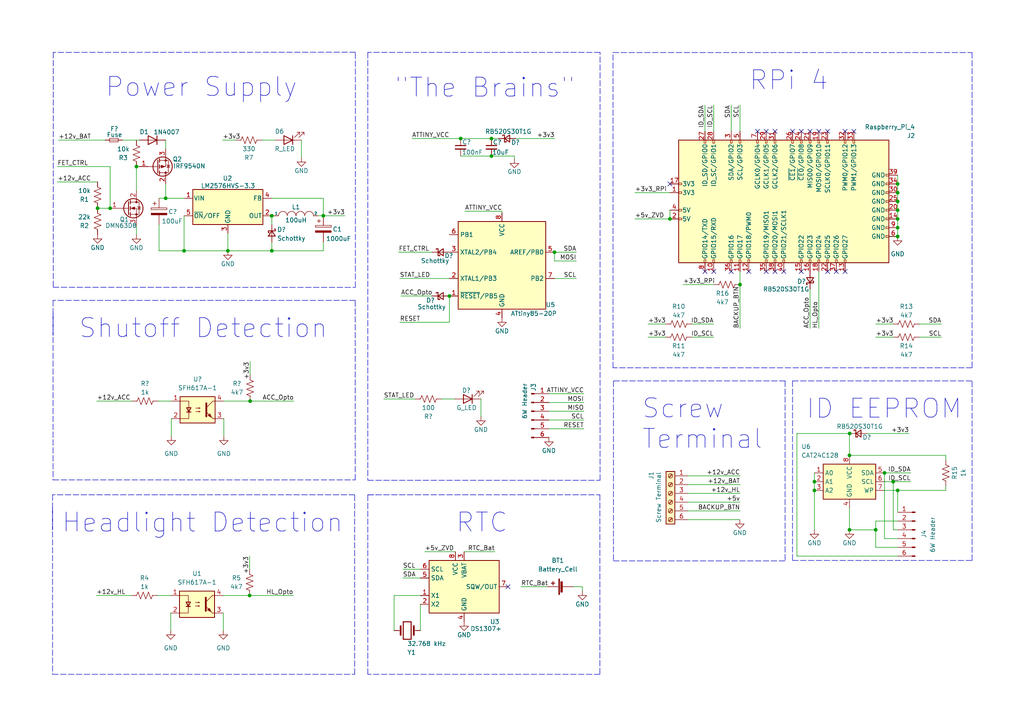
<source format=kicad_sch>
(kicad_sch (version 20211123) (generator eeschema)
  (paper "A4")
  (title_block (title "PILOT Drive Raspberry Pi HAT") (date "2022-06-28") (rev "v01") (comment 4 "Author: lamemakes"))
  (lib_symbols
    (symbol "Connector:Conn_01x06_Male" (pin_names (offset 1.016) hide)
      (property "Reference" "J" (at 0 7.62 0))
      (property "Value" "Conn_01x06_Male" (at 0 -10.16 0))
      (symbol "Conn_01x06_Male_1_1"
        (pin passive line (at 5.08 5.08 180) (length 3.81) (name "Pin_1") (number "1"))
        (pin passive line (at 5.08 2.54 180) (length 3.81) (name "Pin_2") (number "2"))
        (pin passive line (at 5.08 0 180) (length 3.81) (name "Pin_3") (number "3"))
        (pin passive line (at 5.08 -2.54 180) (length 3.81) (name "Pin_4") (number "4"))
        (pin passive line (at 5.08 -5.08 180) (length 3.81) (name "Pin_5") (number "5"))
        (pin passive line (at 5.08 -7.62 180) (length 3.81) (name "Pin_6") (number "6"))
      )
    )
    (symbol "Connector:Raspberry_Pi_2_3" (pin_names (offset 1.016))
      (property "Reference" "J" (at -17.78 31.75 0))
      (property "Value" "Raspberry_Pi_2_3" (at 10.16 -31.75 0))
      (symbol "Raspberry_Pi_2_3_1_1"
        (pin power_in line (at 2.54 33.02 270) (length 2.54) (name "3V3") (number "1"))
        (pin bidirectional line (at -20.32 20.32 0) (length 2.54) (name "GPIO15/RXD") (number "10"))
        (pin bidirectional line (at -20.32 12.7 0) (length 2.54) (name "GPIO17") (number "11"))
        (pin bidirectional line (at -20.32 10.16 0) (length 2.54) (name "GPIO18/PWM0") (number "12"))
        (pin bidirectional line (at -20.32 -17.78 0) (length 2.54) (name "GPIO27") (number "13"))
        (pin power_in line (at -5.08 -33.02 90) (length 2.54) (name "GND") (number "14"))
        (pin bidirectional line (at -20.32 -5.08 0) (length 2.54) (name "GPIO22") (number "15"))
        (pin bidirectional line (at -20.32 -7.62 0) (length 2.54) (name "GPIO23") (number "16"))
        (pin power_in line (at 5.08 33.02 270) (length 2.54) (name "3V3") (number "17"))
        (pin bidirectional line (at -20.32 -10.16 0) (length 2.54) (name "GPIO24") (number "18"))
        (pin bidirectional line (at 20.32 -10.16 180) (length 2.54) (name "MOSI0/GPIO10") (number "19"))
        (pin power_in line (at -5.08 33.02 270) (length 2.54) (name "5V") (number "2"))
        (pin power_in line (at -2.54 -33.02 90) (length 2.54) (name "GND") (number "20"))
        (pin bidirectional line (at 20.32 -7.62 180) (length 2.54) (name "MISO0/GPIO9") (number "21"))
        (pin bidirectional line (at -20.32 -12.7 0) (length 2.54) (name "GPIO25") (number "22"))
        (pin bidirectional line (at 20.32 -12.7 180) (length 2.54) (name "SCLK0/GPIO11") (number "23"))
        (pin bidirectional line (at 20.32 -5.08 180) (length 2.54) (name "~{CE0}/GPIO8") (number "24"))
        (pin power_in line (at 0 -33.02 90) (length 2.54) (name "GND") (number "25"))
        (pin bidirectional line (at 20.32 -2.54 180) (length 2.54) (name "~{CE1}/GPIO7") (number "26"))
        (pin bidirectional line (at 20.32 22.86 180) (length 2.54) (name "ID_SD/GPIO0") (number "27"))
        (pin bidirectional line (at 20.32 20.32 180) (length 2.54) (name "ID_SC/GPIO1") (number "28"))
        (pin bidirectional line (at 20.32 5.08 180) (length 2.54) (name "GCLK1/GPIO5") (number "29"))
        (pin bidirectional line (at 20.32 15.24 180) (length 2.54) (name "SDA/GPIO2") (number "3"))
        (pin power_in line (at 2.54 -33.02 90) (length 2.54) (name "GND") (number "30"))
        (pin bidirectional line (at 20.32 2.54 180) (length 2.54) (name "GCLK2/GPIO6") (number "31"))
        (pin bidirectional line (at 20.32 -17.78 180) (length 2.54) (name "PWM0/GPIO12") (number "32"))
        (pin bidirectional line (at 20.32 -20.32 180) (length 2.54) (name "PWM1/GPIO13") (number "33"))
        (pin power_in line (at 5.08 -33.02 90) (length 2.54) (name "GND") (number "34"))
        (pin bidirectional line (at -20.32 5.08 0) (length 2.54) (name "GPIO19/MISO1") (number "35"))
        (pin bidirectional line (at -20.32 15.24 0) (length 2.54) (name "GPIO16") (number "36"))
        (pin bidirectional line (at -20.32 -15.24 0) (length 2.54) (name "GPIO26") (number "37"))
        (pin bidirectional line (at -20.32 2.54 0) (length 2.54) (name "GPIO20/MOSI1") (number "38"))
        (pin power_in line (at 7.62 -33.02 90) (length 2.54) (name "GND") (number "39"))
        (pin power_in line (at -2.54 33.02 270) (length 2.54) (name "5V") (number "4"))
        (pin bidirectional line (at -20.32 0 0) (length 2.54) (name "GPIO21/SCLK1") (number "40"))
        (pin bidirectional line (at 20.32 12.7 180) (length 2.54) (name "SCL/GPIO3") (number "5"))
        (pin power_in line (at -10.16 -33.02 90) (length 2.54) (name "GND") (number "6"))
        (pin bidirectional line (at 20.32 7.62 180) (length 2.54) (name "GCLK0/GPIO4") (number "7"))
        (pin bidirectional line (at -20.32 22.86 0) (length 2.54) (name "GPIO14/TXD") (number "8"))
        (pin power_in line (at -7.62 -33.02 90) (length 2.54) (name "GND") (number "9"))
      )
    )
    (symbol "Connector:Screw_Terminal_01x06" (pin_names (offset 1.016) hide)
      (property "Reference" "J" (at 0 7.62 0))
      (property "Value" "Screw_Terminal_01x06" (at 0 -10.16 0))
      (symbol "Screw_Terminal_01x06_1_1"
        (pin passive line (at -5.08 5.08 0) (length 3.81) (name "Pin_1") (number "1"))
        (pin passive line (at -5.08 2.54 0) (length 3.81) (name "Pin_2") (number "2"))
        (pin passive line (at -5.08 0 0) (length 3.81) (name "Pin_3") (number "3"))
        (pin passive line (at -5.08 -2.54 0) (length 3.81) (name "Pin_4") (number "4"))
        (pin passive line (at -5.08 -5.08 0) (length 3.81) (name "Pin_5") (number "5"))
        (pin passive line (at -5.08 -7.62 0) (length 3.81) (name "Pin_6") (number "6"))
      )
    )
    (symbol "Device:Battery_Cell" (pin_numbers hide) (pin_names (offset 0) hide)
      (property "Reference" "BT" (at 2.54 2.54 0))
      (property "Value" "Battery_Cell" (at 2.54 0 0))
      (symbol "Battery_Cell_1_1"
        (pin passive line (at 0 5.08 270) (length 2.54) (name "+") (number "1"))
        (pin passive line (at 0 -2.54 90) (length 2.54) (name "-") (number "2"))
      )
    )
    (symbol "Device:C_Polarized" (pin_numbers hide) (pin_names (offset 0.254))
      (property "Reference" "C" (at 0.635 2.54 0))
      (property "Value" "C_Polarized" (at 0.635 -2.54 0))
      (symbol "C_Polarized_1_1"
        (pin passive line (at 0 3.81 270) (length 2.794) (name "~") (number "1"))
        (pin passive line (at 0 -3.81 90) (length 2.794) (name "~") (number "2"))
      )
    )
    (symbol "Device:C_Small" (pin_numbers hide) (pin_names (offset 0.254) hide)
      (property "Reference" "C" (at 0.254 1.778 0))
      (property "Value" "C_Small" (at 0.254 -2.032 0))
      (symbol "C_Small_1_1"
        (pin passive line (at 0 2.54 270) (length 2.032) (name "~") (number "1"))
        (pin passive line (at 0 -2.54 90) (length 2.032) (name "~") (number "2"))
      )
    )
    (symbol "Device:Crystal" (pin_numbers hide) (pin_names (offset 1.016) hide)
      (property "Reference" "Y" (at 0 3.81 0))
      (property "Value" "Crystal" (at 0 -3.81 0))
      (symbol "Crystal_1_1"
        (pin passive line (at -3.81 0 0) (length 1.27) (name "1") (number "1"))
        (pin passive line (at 3.81 0 180) (length 1.27) (name "2") (number "2"))
      )
    )
    (symbol "Device:D_Schottky_Small" (pin_numbers hide) (pin_names (offset 0.254) hide)
      (property "Reference" "D" (at -1.27 2.032 0))
      (property "Value" "D_Schottky_Small" (at -7.112 -2.032 0))
      (symbol "D_Schottky_Small_1_1"
        (pin passive line (at -2.54 0 0) (length 1.778) (name "K") (number "1"))
        (pin passive line (at 2.54 0 180) (length 1.778) (name "A") (number "2"))
      )
    )
    (symbol "Device:Fuse_Small" (pin_numbers hide) (pin_names (offset 0.254) hide)
      (property "Reference" "F" (at 0 -1.524 0))
      (property "Value" "Fuse_Small" (at 0 1.524 0))
      (symbol "Fuse_Small_1_1"
        (pin passive line (at -2.54 0 0) (length 1.27) (name "~") (number "1"))
        (pin passive line (at 2.54 0 180) (length 1.27) (name "~") (number "2"))
      )
    )
    (symbol "Device:LED" (pin_numbers hide) (pin_names (offset 1.016) hide)
      (property "Reference" "D" (at 0 2.54 0))
      (property "Value" "LED" (at 0 -2.54 0))
      (symbol "LED_1_1"
        (pin passive line (at -3.81 0 0) (length 2.54) (name "K") (number "1"))
        (pin passive line (at 3.81 0 180) (length 2.54) (name "A") (number "2"))
      )
    )
    (symbol "Device:Q_NMOS_GDS" (pin_names (offset 0) hide)
      (property "Reference" "Q" (at 5.08 1.27 0))
      (property "Value" "Q_NMOS_GDS" (at 5.08 -1.27 0))
      (symbol "Q_NMOS_GDS_1_1"
        (pin input line (at -5.08 0 0) (length 2.54) (name "G") (number "1"))
        (pin passive line (at 2.54 5.08 270) (length 2.54) (name "D") (number "2"))
        (pin passive line (at 2.54 -5.08 90) (length 2.54) (name "S") (number "3"))
      )
    )
    (symbol "Device:Q_PMOS_GDS" (pin_names (offset 0) hide)
      (property "Reference" "Q" (at 5.08 1.27 0))
      (property "Value" "Q_PMOS_GDS" (at 5.08 -1.27 0))
      (symbol "Q_PMOS_GDS_1_1"
        (pin input line (at -5.08 0 0) (length 2.54) (name "G") (number "1"))
        (pin passive line (at 2.54 5.08 270) (length 2.54) (name "D") (number "2"))
        (pin passive line (at 2.54 -5.08 90) (length 2.54) (name "S") (number "3"))
      )
    )
    (symbol "Device:R_US" (pin_numbers hide) (pin_names (offset 0))
      (property "Reference" "R" (at 2.54 0 90))
      (property "Value" "R_US" (at -2.54 0 90))
      (symbol "R_US_1_1"
        (pin passive line (at 0 3.81 270) (length 1.27) (name "~") (number "1"))
        (pin passive line (at 0 -3.81 90) (length 1.27) (name "~") (number "2"))
      )
    )
    (symbol "Diode:1N4007" (pin_numbers hide) (pin_names (offset 1.016) hide)
      (property "Reference" "D" (at 0 2.54 0))
      (property "Value" "1N4007" (at 0 -2.54 0))
      (symbol "1N4007_1_1"
        (pin passive line (at -3.81 0 0) (length 2.54) (name "K") (number "1"))
        (pin passive line (at 3.81 0 180) (length 2.54) (name "A") (number "2"))
      )
    )
    (symbol "Isolator:SFH617A-1" (pin_names (offset 1.016))
      (property "Reference" "U" (at -5.08 5.08 0))
      (property "Value" "SFH617A-1" (at 0 5.08 0))
      (symbol "SFH617A-1_1_1"
        (pin passive line (at -7.62 2.54 0) (length 2.54) (name "~") (number "1"))
        (pin passive line (at -7.62 -2.54 0) (length 2.54) (name "~") (number "2"))
        (pin passive line (at 7.62 -2.54 180) (length 2.54) (name "~") (number "3"))
        (pin passive line (at 7.62 2.54 180) (length 2.54) (name "~") (number "4"))
      )
    )
    (symbol "MCU_Microchip_ATtiny:ATtiny85-20P"
      (property "Reference" "U3" (at 2.54 -13.97 0))
      (property "Value" "ATtiny85-20P" (at 2.54 -16.51 0))
      (symbol "ATtiny85-20P_1_1"
        (pin bidirectional line (at 15.24 -8.89 180) (length 2.54) (name "~{RESET}/PB5") (number "1"))
        (pin bidirectional line (at 15.24 -3.81 180) (length 2.54) (name "XTAL1/PB3") (number "2"))
        (pin bidirectional line (at 15.24 3.81 180) (length 2.54) (name "XTAL2/PB4") (number "3"))
        (pin power_in line (at 0 -15.24 90) (length 2.54) (name "GND") (number "4"))
        (pin bidirectional line (at -15.24 3.81 0) (length 2.54) (name "AREF/PB0") (number "5"))
        (pin bidirectional line (at 15.24 8.89 180) (length 2.54) (name "PB1") (number "6"))
        (pin bidirectional line (at -15.24 -3.81 0) (length 2.54) (name "PB2") (number "7"))
        (pin power_in line (at 0 15.24 270) (length 2.54) (name "VCC") (number "8"))
      )
    )
    (symbol "Memory_EEPROM:CAT24C128"
      (property "Reference" "U" (at -6.35 6.35 0))
      (property "Value" "CAT24C128" (at 1.27 6.35 0))
      (symbol "CAT24C128_1_1"
        (pin input line (at -10.16 2.54 0) (length 2.54) (name "A0") (number "1"))
        (pin input line (at -10.16 0 0) (length 2.54) (name "A1") (number "2"))
        (pin input line (at -10.16 -2.54 0) (length 2.54) (name "A2") (number "3"))
        (pin power_in line (at 0 -7.62 90) (length 2.54) (name "GND") (number "4"))
        (pin bidirectional line (at 10.16 2.54 180) (length 2.54) (name "SDA") (number "5"))
        (pin input line (at 10.16 0 180) (length 2.54) (name "SCL") (number "6"))
        (pin input line (at 10.16 -2.54 180) (length 2.54) (name "WP") (number "7"))
        (pin power_in line (at 0 7.62 270) (length 2.54) (name "VCC") (number "8"))
      )
    )
    (symbol "Regulator_Switching:LM2576HVS-3.3" (pin_names (offset 0.254))
      (property "Reference" "U" (at -10.16 6.35 0))
      (property "Value" "LM2576HVS-3.3" (at 0 6.35 0))
      (symbol "LM2576HVS-3.3_1_1"
        (pin power_in line (at -12.7 2.54 0) (length 2.54) (name "VIN") (number "1"))
        (pin output line (at 12.7 -2.54 180) (length 2.54) (name "OUT") (number "2"))
        (pin power_in line (at 0 -7.62 90) (length 2.54) (name "GND") (number "3"))
        (pin input line (at 12.7 2.54 180) (length 2.54) (name "FB") (number "4"))
        (pin input line (at -12.7 -2.54 0) (length 2.54) (name "~{ON}/OFF") (number "5"))
      )
    )
    (symbol "Timer_RTC:DS1307+"
      (property "Reference" "U" (at -8.89 8.89 0))
      (property "Value" "DS1307+" (at 1.27 8.89 0))
      (symbol "DS1307+_1_1"
        (pin input line (at -12.7 -2.54 0) (length 2.54) (name "X1") (number "1"))
        (pin input line (at -12.7 -5.08 0) (length 2.54) (name "X2") (number "2"))
        (pin power_in line (at 0 10.16 270) (length 2.54) (name "VBAT") (number "3"))
        (pin power_in line (at 0 -10.16 90) (length 2.54) (name "GND") (number "4"))
        (pin bidirectional line (at -12.7 2.54 0) (length 2.54) (name "SDA") (number "5"))
        (pin input line (at -12.7 5.08 0) (length 2.54) (name "SCL") (number "6"))
        (pin open_collector line (at 12.7 0 180) (length 2.54) (name "SQW/OUT") (number "7"))
        (pin power_in line (at -2.54 10.16 270) (length 2.54) (name "VCC") (number "8"))
      )
    )
    (symbol "power:GND" (power) (pin_names (offset 0))
      (property "Value" "GND" (at 0 -3.81 0))
      (symbol "GND_1_1"
        (pin power_in line (at 0 0 270) (length 0) hide (name "GND") (number "1"))
      )
    )
    (symbol "pspice:INDUCTOR" (pin_numbers hide) (pin_names (offset 0))
      (property "Reference" "L" (at 0 2.54 0))
      (property "Value" "INDUCTOR" (at 0 -1.27 0))
      (symbol "INDUCTOR_1_1"
        (pin input line (at -6.35 0 0) (length 1.27) (name "1") (number "1"))
        (pin input line (at 6.35 0 180) (length 1.27) (name "2") (number "2"))
      )
    )
  )
  (junction (at 236.22 142.24))
  (junction (at 130.3528 85.852))
  (junction (at 78.8416 62.5856))
  (junction (at 260.35 63.5))
  (junction (at 28.2956 60.4012))
  (junction (at 72.5424 116.332))
  (junction (at 260.35 58.42))
  (junction (at 214.63 82.55))
  (junction (at 260.35 142.24))
  (junction (at 39.5732 48.3108))
  (junction (at 246.38 132.08))
  (junction (at 160.8328 73.152))
  (junction (at 31.9532 60.4012))
  (junction (at 259.08 139.7))
  (junction (at 254 153.67))
  (junction (at 260.35 55.88))
  (junction (at 256.54 137.16))
  (junction (at 236.22 139.7))
  (junction (at 66.0908 72.7456))
  (junction (at 48.0568 57.5056))
  (junction (at 78.7908 62.5856))
  (junction (at 260.35 66.04))
  (junction (at 246.4308 125.73))
  (junction (at 142.5448 40.1828))
  (junction (at 194.31 63.5))
  (junction (at 93.7768 62.5856))
  (junction (at 260.35 60.96))
  (junction (at 246.38 153.67))
  (junction (at 260.35 68.58))
  (junction (at 78.8416 72.7456))
  (junction (at 133.604 40.1828))
  (junction (at 53.3908 72.7456))
  (junction (at 72.39 172.72))
  (junction (at 260.35 53.34))
  (junction (at 142.5448 45.2628))
  (no_connect (at 194.31 53.34))
  (no_connect (at 234.95 38.1))
  (no_connect (at 237.49 38.1))
  (no_connect (at 240.03 38.1))
  (no_connect (at 245.11 38.1))
  (no_connect (at 247.65 38.1))
  (no_connect (at 219.71 38.1))
  (no_connect (at 222.25 38.1))
  (no_connect (at 224.79 38.1))
  (no_connect (at 229.87 38.1))
  (no_connect (at 232.41 38.1))
  (no_connect (at 147.32 170.18))
  (no_connect (at 204.47 78.74))
  (no_connect (at 207.01 78.74))
  (no_connect (at 212.09 78.74))
  (no_connect (at 217.17 78.74))
  (no_connect (at 222.25 78.74))
  (no_connect (at 224.79 78.74))
  (no_connect (at 227.33 78.74))
  (no_connect (at 232.41 78.74))
  (no_connect (at 240.03 78.74))
  (no_connect (at 242.57 78.74))
  (no_connect (at 245.11 78.74))
  (wire (pts (xy 198.12 82.55) (xy 207.01 82.55)))
  (wire (pts (xy 16.6624 48.3108) (xy 31.9532 48.3108)))
  (wire (pts (xy 49.53 177.8) (xy 49.53 182.88)))
  (wire (pts (xy 199.5424 138.0236) (xy 214.6554 138.0236)))
  (polyline (pts (xy 227.711 110.49) (xy 177.927 110.49)))
  (polyline (pts (xy 106.68 15.1892) (xy 106.68 139.2936)))
  (polyline (pts (xy 281.94 162.56) (xy 281.94 110.49)))
  (wire (pts (xy 260.35 60.96) (xy 260.35 63.5)))
  (wire (pts (xy 259.08 139.7) (xy 264.16 139.7)))
  (wire (pts (xy 142.5448 40.1828) (xy 144.526 40.1828)))
  (wire (pts (xy 246.38 153.67) (xy 254 153.67)))
  (wire (pts (xy 121.92 172.72) (xy 114.3 172.72)))
  (wire (pts (xy 254 97.79) (xy 259.08 97.79)))
  (wire (pts (xy 48.0568 40.64) (xy 48.0568 43.2308)))
  (wire (pts (xy 159.2072 116.7384) (xy 169.3672 116.7384)))
  (wire (pts (xy 236.22 142.24) (xy 236.22 153.67)))
  (polyline (pts (xy 15.4432 83.312) (xy 103.0732 83.3628)))
  (wire (pts (xy 236.22 137.16) (xy 236.22 139.7)))
  (wire (pts (xy 199.5424 148.1836) (xy 214.6554 148.1836)))
  (wire (pts (xy 214.63 78.74) (xy 214.63 82.55)))
  (polyline (pts (xy 102.87 143.51) (xy 15.24 143.51)))
  (wire (pts (xy 78.7908 62.5856) (xy 78.8416 62.5856)))
  (polyline (pts (xy 229.87 162.56) (xy 281.94 162.56)))
  (wire (pts (xy 254 153.67) (xy 254 151.13)))
  (polyline (pts (xy 15.3924 139.192) (xy 103.0224 139.192)))
  (wire (pts (xy 254 158.75) (xy 254 153.67)))
  (wire (pts (xy 48.0568 57.5056) (xy 53.3908 57.5056)))
  (wire (pts (xy 72.5424 104.902) (xy 72.5424 108.712)))
  (polyline (pts (xy 106.68 139.2936) (xy 174.0408 139.2936)))
  (polyline (pts (xy 229.87 110.49) (xy 281.94 110.49)))
  (polyline (pts (xy 15.3924 87.122) (xy 15.3924 97.282)))
  (wire (pts (xy 16.6624 52.7812) (xy 28.2956 52.7812)))
  (wire (pts (xy 187.96 97.79) (xy 193.04 97.79)))
  (polyline (pts (xy 281.94 106.68) (xy 177.8 106.68)))
  (wire (pts (xy 78.8416 72.7456) (xy 93.7768 72.7456)))
  (wire (pts (xy 134.8232 61.2648) (xy 145.5928 61.2648)))
  (wire (pts (xy 72.39 172.72) (xy 85.09 172.72)))
  (wire (pts (xy 66.0908 67.6656) (xy 66.0908 72.7456)))
  (wire (pts (xy 133.604 40.1828) (xy 142.5448 40.1828)))
  (wire (pts (xy 256.54 137.16) (xy 264.16 137.16)))
  (wire (pts (xy 260.35 66.04) (xy 260.35 68.58)))
  (wire (pts (xy 149.606 40.1828) (xy 160.8836 40.1828)))
  (wire (pts (xy 139.4968 115.7224) (xy 139.4968 120.8024)))
  (wire (pts (xy 116.2812 85.852) (xy 125.2728 85.852)))
  (wire (pts (xy 151.13 170.18) (xy 158.75 170.18)))
  (wire (pts (xy 45.72 172.72) (xy 49.53 172.72)))
  (wire (pts (xy 246.38 125.73) (xy 246.38 132.08)))
  (wire (pts (xy 159.2072 114.1984) (xy 169.3672 114.1984)))
  (wire (pts (xy 204.47 30.48) (xy 204.47 38.1)))
  (wire (pts (xy 251.5108 125.73) (xy 263.652 125.73)))
  (wire (pts (xy 231.14 161.29) (xy 260.35 161.29)))
  (wire (pts (xy 160.8328 73.152) (xy 167.1828 73.152)))
  (wire (pts (xy 131.8768 115.7224) (xy 128.0668 115.7224)))
  (wire (pts (xy 159.2072 124.3584) (xy 169.3672 124.3584)))
  (wire (pts (xy 199.5424 140.5636) (xy 214.6554 140.5636)))
  (wire (pts (xy 194.31 60.96) (xy 194.31 63.5)))
  (polyline (pts (xy 15.24 195.58) (xy 102.87 195.58)))
  (wire (pts (xy 260.35 55.88) (xy 260.35 58.42)))
  (wire (pts (xy 254 93.98) (xy 259.08 93.98)))
  (wire (pts (xy 266.7 97.79) (xy 273.05 97.79)))
  (wire (pts (xy 184.15 63.5) (xy 194.31 63.5)))
  (polyline (pts (xy 281.94 15.24) (xy 281.94 31.75)))
  (wire (pts (xy 260.35 58.42) (xy 260.35 60.96)))
  (wire (pts (xy 93.7768 62.5856) (xy 100.0252 62.5856)))
  (polyline (pts (xy 106.68 143.51) (xy 109.22 143.51)))
  (wire (pts (xy 130.3528 85.852) (xy 130.3528 93.472)))
  (polyline (pts (xy 15.24 143.51) (xy 15.24 153.67)))
  (wire (pts (xy 115.6208 73.152) (xy 125.2728 73.152)))
  (wire (pts (xy 121.92 175.26) (xy 121.92 182.88)))
  (wire (pts (xy 256.54 142.24) (xy 260.35 142.24)))
  (wire (pts (xy 114.3 172.72) (xy 114.3 182.88)))
  (wire (pts (xy 274.32 140.97) (xy 274.32 142.24)))
  (polyline (pts (xy 103.0224 87.122) (xy 15.3924 87.122)))
  (wire (pts (xy 78.7908 57.5056) (xy 93.7768 57.5056)))
  (wire (pts (xy 143.51 160.02) (xy 134.62 160.02)))
  (wire (pts (xy 64.9224 121.412) (xy 64.9224 126.492)))
  (wire (pts (xy 200.66 93.98) (xy 207.01 93.98)))
  (wire (pts (xy 214.63 30.48) (xy 214.63 38.1)))
  (wire (pts (xy 237.49 78.74) (xy 237.49 95.25)))
  (wire (pts (xy 260.35 142.24) (xy 260.35 148.59)))
  (polyline (pts (xy 229.87 110.49) (xy 229.87 162.56)))
  (wire (pts (xy 78.8416 62.5856) (xy 78.8416 65.1764)))
  (polyline (pts (xy 174.0408 139.2936) (xy 174.0408 15.1892)))
  (wire (pts (xy 78.8416 70.2564) (xy 78.8416 72.7456)))
  (wire (pts (xy 256.54 156.21) (xy 260.35 156.21)))
  (wire (pts (xy 149.1996 45.2628) (xy 149.1996 46.1264)))
  (wire (pts (xy 256.54 137.16) (xy 256.54 156.21)))
  (wire (pts (xy 116.84 165.1) (xy 121.92 165.1)))
  (wire (pts (xy 72.39 161.29) (xy 72.39 165.1)))
  (wire (pts (xy 27.94 172.72) (xy 38.1 172.72)))
  (wire (pts (xy 92.202 62.5856) (xy 93.7768 62.5856)))
  (wire (pts (xy 35.56 40.64) (xy 40.4368 40.64)))
  (wire (pts (xy 28.0924 116.332) (xy 38.2524 116.332)))
  (wire (pts (xy 166.37 170.18) (xy 168.91 170.18)))
  (wire (pts (xy 39.5732 48.3108) (xy 39.5732 55.3212)))
  (wire (pts (xy 123.19 160.02) (xy 132.08 160.02)))
  (wire (pts (xy 31.9532 48.3108) (xy 31.9532 60.4012)))
  (polyline (pts (xy 15.4432 15.1892) (xy 15.4432 83.312)))
  (wire (pts (xy 16.9672 40.64) (xy 30.48 40.64)))
  (wire (pts (xy 116.84 167.64) (xy 121.92 167.64)))
  (wire (pts (xy 199.5424 143.1036) (xy 214.6554 143.1036)))
  (wire (pts (xy 274.32 132.08) (xy 246.38 132.08)))
  (wire (pts (xy 64.5668 40.64) (xy 68.3768 40.64)))
  (wire (pts (xy 46.1264 72.7456) (xy 53.3908 72.7456)))
  (wire (pts (xy 78.8416 62.5856) (xy 79.502 62.5856)))
  (wire (pts (xy 79.8068 40.64) (xy 75.9968 40.64)))
  (polyline (pts (xy 103.0732 15.1384) (xy 15.4432 15.1892)))
  (wire (pts (xy 45.8724 116.332) (xy 49.6824 116.332)))
  (polyline (pts (xy 103.0224 139.192) (xy 103.0224 87.122)))
  (wire (pts (xy 87.4268 40.64) (xy 87.4268 45.72)))
  (wire (pts (xy 133.604 45.2628) (xy 142.5448 45.2628)))
  (wire (pts (xy 160.8328 80.772) (xy 167.1828 80.772)))
  (wire (pts (xy 168.91 170.18) (xy 168.91 171.45)))
  (wire (pts (xy 46.1264 65.1256) (xy 46.1264 72.7456)))
  (polyline (pts (xy 15.3924 90.932) (xy 15.3924 139.192)))
  (wire (pts (xy 28.2956 60.4012) (xy 31.9532 60.4012)))
  (wire (pts (xy 39.5732 65.4812) (xy 39.5732 68.072)))
  (wire (pts (xy 159.2072 119.2784) (xy 169.3672 119.2784)))
  (polyline (pts (xy 281.94 31.75) (xy 281.94 106.68)))
  (polyline (pts (xy 177.927 162.687) (xy 227.711 162.687)))
  (wire (pts (xy 72.5424 116.332) (xy 85.2424 116.332)))
  (wire (pts (xy 234.95 83.82) (xy 234.95 95.25)))
  (wire (pts (xy 214.63 82.55) (xy 214.63 95.25)))
  (wire (pts (xy 231.14 161.29) (xy 231.14 125.73)))
  (wire (pts (xy 53.3908 72.7456) (xy 66.0908 72.7456)))
  (wire (pts (xy 274.32 133.35) (xy 274.32 132.08)))
  (wire (pts (xy 46.1264 57.5056) (xy 48.0568 57.5056)))
  (wire (pts (xy 93.7768 57.5056) (xy 93.7768 62.5856)))
  (wire (pts (xy 260.35 63.5) (xy 260.35 66.04)))
  (wire (pts (xy 64.9224 116.332) (xy 72.5424 116.332)))
  (wire (pts (xy 115.9256 80.772) (xy 130.3528 80.772)))
  (wire (pts (xy 184.15 55.88) (xy 194.31 55.88)))
  (wire (pts (xy 254 151.13) (xy 260.35 151.13)))
  (polyline (pts (xy 103.0732 83.312) (xy 103.0732 15.1892)))
  (wire (pts (xy 246.38 147.32) (xy 246.38 153.67)))
  (polyline (pts (xy 106.68 143.51) (xy 173.99 143.51)))
  (wire (pts (xy 200.66 97.79) (xy 207.01 97.79)))
  (wire (pts (xy 49.6824 121.412) (xy 49.6824 126.492)))
  (wire (pts (xy 159.2072 121.8184) (xy 169.3672 121.8184)))
  (polyline (pts (xy 15.24 147.32) (xy 15.24 195.58)))
  (wire (pts (xy 187.96 93.98) (xy 193.04 93.98)))
  (wire (pts (xy 53.3908 62.5856) (xy 53.3908 72.7456)))
  (wire (pts (xy 64.77 177.8) (xy 64.77 182.88)))
  (polyline (pts (xy 102.87 195.58) (xy 102.87 143.51)))
  (wire (pts (xy 111.3028 115.7224) (xy 120.4468 115.7224)))
  (polyline (pts (xy 174.0408 15.1892) (xy 106.68 15.1892)))
  (wire (pts (xy 266.7 93.98) (xy 273.05 93.98)))
  (wire (pts (xy 212.09 30.48) (xy 212.09 38.1)))
  (wire (pts (xy 119.4816 40.1828) (xy 133.604 40.1828)))
  (wire (pts (xy 39.5732 48.3108) (xy 40.4368 48.3108)))
  (wire (pts (xy 274.32 142.24) (xy 260.35 142.24)))
  (wire (pts (xy 257.81 68.58) (xy 260.35 68.58)))
  (polyline (pts (xy 173.99 143.51) (xy 173.99 195.58)))
  (polyline (pts (xy 177.8 106.68) (xy 177.8 15.24)))
  (wire (pts (xy 145.5928 61.722) (xy 145.5928 61.2648)))
  (wire (pts (xy 231.14 125.73) (xy 246.38 125.73)))
  (wire (pts (xy 160.8328 75.692) (xy 167.1828 75.692)))
  (wire (pts (xy 64.77 172.72) (xy 72.39 172.72)))
  (wire (pts (xy 93.7768 70.2056) (xy 93.7768 72.7456)))
  (wire (pts (xy 160.8328 73.152) (xy 160.8328 75.692)))
  (wire (pts (xy 48.0568 53.3908) (xy 48.0568 57.5056)))
  (polyline (pts (xy 106.68 195.58) (xy 106.68 143.51)))
  (wire (pts (xy 260.35 53.34) (xy 260.35 55.88)))
  (wire (pts (xy 259.08 139.7) (xy 259.08 153.67)))
  (wire (pts (xy 236.22 139.7) (xy 236.22 142.24)))
  (wire (pts (xy 260.35 50.8) (xy 260.35 53.34)))
  (wire (pts (xy 259.08 153.67) (xy 260.35 153.67)))
  (wire (pts (xy 199.5424 150.7236) (xy 214.5792 150.7236)))
  (wire (pts (xy 256.54 139.7) (xy 259.08 139.7)))
  (polyline (pts (xy 173.99 195.58) (xy 106.68 195.58)))
  (polyline (pts (xy 227.711 110.49) (xy 227.711 162.687)))
  (polyline (pts (xy 177.8 15.24) (xy 281.94 15.24)))
  (wire (pts (xy 207.01 30.48) (xy 207.01 38.1)))
  (wire (pts (xy 142.5448 45.2628) (xy 149.1996 45.2628)))
  (wire (pts (xy 115.9764 93.472) (xy 130.3528 93.472)))
  (wire (pts (xy 66.0908 72.7456) (xy 78.8416 72.7456)))
  (wire (pts (xy 199.5424 145.6436) (xy 214.6554 145.6436)))
  (wire (pts (xy 254 158.75) (xy 260.35 158.75)))
  (polyline (pts (xy 177.927 110.49) (xy 177.927 162.687)))
  (text "Headlight Detection" (at 17.78 154.94 0) (effects (font (size 5.5 5.5)) (justify left bottom)))
  (text "RTC" (at 132.08 154.94 0) (effects (font (size 5.5 5.5)) (justify left bottom)))
  (text "Power Supply" (at 30.4292 28.6004 0) (effects (font (size 5.5 5.5)) (justify left bottom)))
  (text "ID EEPROM" (at 233.68 121.92 0) (effects (font (size 5.5 5.5)) (justify left bottom)))
  (text "Shutoff Detection" (at 22.7076 98.552 0) (effects (font (size 5.5 5.5)) (justify left bottom)))
  (text "Screw \nTerminal" (at 186.055 130.683 0) (effects (font (size 5.5 5.5)) (justify left bottom)))
  (text "\"The Brains\"" (at 114.3508 28.8036 0) (effects (font (size 5.5 5.5)) (justify left bottom)))
  (text "RPi 4" (at 217.17 26.67 0) (effects (font (size 5.5 5.5)) (justify left bottom)))
  (label "ATTINY_VCC" (at 134.8232 61.2648 0))
  (label "MOSI" (at 167.1828 75.692 180))
  (label "+3v3" (at 64.5668 40.64 0))
  (label "FET_CTRL" (at 115.6208 73.152 0))
  (label "ID_SCL" (at 207.01 97.79 180))
  (label "ID_SDA" (at 207.01 93.98 180))
  (label "+3v3" (at 254 93.98 0))
  (label "HL_Opto" (at 85.09 172.72 180))
  (label "+12v_BAT" (at 214.6554 140.5636 180))
  (label "BACKUP_BTN" (at 214.63 95.25 90))
  (label "BACKUP_BTN" (at 214.6554 148.1836 180))
  (label "SCL" (at 116.84 165.1 0))
  (label "ATTINY_VCC" (at 169.3672 114.1984 180))
  (label "MISO" (at 169.3672 119.2784 180))
  (label "STAT_LED" (at 111.3028 115.7224 0))
  (label "+3v3" (at 254 97.79 0))
  (label "+12v_ACC" (at 214.6554 138.0236 180))
  (label "+12v_ACC" (at 28.0924 116.332 0))
  (label "+12v_BAT" (at 16.9672 40.64 0))
  (label "+3v3" (at 100.0252 62.5856 180))
  (label "SCL" (at 167.1828 80.772 180))
  (label "SDA" (at 167.1828 73.152 180))
  (label "+3v3" (at 72.39 161.29 270))
  (label "ID_SCL" (at 264.16 139.7 180))
  (label "+3v3" (at 160.8836 40.1828 180))
  (label "SDA" (at 116.84 167.64 0))
  (label "SDA" (at 273.05 93.98 180))
  (label "+3v3" (at 263.652 125.73 180))
  (label "+5v" (at 214.6554 145.6436 180))
  (label "RESET" (at 115.9764 93.472 0))
  (label "RESET" (at 169.3672 124.3584 180))
  (label "RTC_Bat" (at 143.51 160.02 180))
  (label "+3v3" (at 187.96 97.79 0))
  (label "ID_SDA" (at 264.16 137.16 180))
  (label "+3v3_RPi" (at 198.12 82.55 0))
  (label "+3v3_RPi" (at 184.15 55.88 0))
  (label "SCL" (at 214.63 30.48 270))
  (label "+12v_ACC" (at 16.6624 52.7812 0))
  (label "RTC_Bat" (at 151.13 170.18 0))
  (label "+12v_HL" (at 214.6554 143.1036 180))
  (label "ATTINY_VCC" (at 119.4816 40.1828 0))
  (label "+12v_HL" (at 27.94 172.72 0))
  (label "SCL" (at 273.05 97.79 180))
  (label "+3v3" (at 72.5424 104.902 270))
  (label "+5v_ZVD" (at 184.15 63.5 0))
  (label "MOSI" (at 169.3672 116.7384 180))
  (label "SCL" (at 169.3672 121.8184 180))
  (label "ID_SCL" (at 207.01 30.48 270))
  (label "+3v3" (at 187.96 93.98 0))
  (label "FET_CTRL" (at 16.6624 48.3108 0))
  (label "ID_SDA" (at 204.47 30.48 270))
  (label "ACC_Opto" (at 116.2812 85.852 0))
  (label "ACC_Opto" (at 85.2424 116.332 180))
  (label "STAT_LED" (at 115.9256 80.772 0))
  (label "SDA" (at 212.09 30.48 270))
  (label "+5v_ZVD" (at 123.19 160.02 0))
  (label "ACC_Opto" (at 234.95 95.25 90))
  (label "HL_Opto" (at 237.49 95.25 90))
  (symbol (lib_id "power:GND") (at 49.6824 126.492 0) (unit 1)
    (property "Reference" "#PWR?" (effects hide))
    (property "Value" "GND" (at 49.6824 131.572 0))
  )
  (symbol (lib_id "Device:R_US") (at 28.2956 56.5912 180) (unit 1)
    (property "Reference" "R1" (at 24.4856 57.8612 0))
    (property "Value" "10k" (at 24.4856 55.3212 0))
    (property "Footprint" "Resistor_SMD:R_0603_1608Metric_Pad0.98x0.95mm_HandSolder" (effects hide))
  )
  (symbol (lib_id "Device:R_US") (at 262.89 97.79 270) (unit 1)
    (property "Reference" "R14" (at 262.89 100.33 90))
    (property "Value" "4k7" (at 262.89 102.87 90))
    (property "Footprint" "Resistor_SMD:R_0603_1608Metric_Pad0.98x0.95mm_HandSolder" (effects hide))
  )
  (symbol (lib_id "Isolator:SFH617A-1") (at 57.15 175.26 0) (unit 1)
    (property "Reference" "U1" (at 57.15 166.37 0))
    (property "Value" "SFH617A-1" (at 57.15 168.91 0))
    (property "Footprint" "Package_DIP:DIP-4_W7.62mm" (effects hide))
    (property "Datasheet" "http://www.vishay.com/docs/83740/sfh617a.pdf" (effects hide))
  )
  (symbol (lib_id "Device:R_US") (at 196.85 97.79 270) (unit 1)
    (property "Reference" "R11" (at 196.85 100.33 90))
    (property "Value" "4k7" (at 196.85 102.87 90))
    (property "Footprint" "Resistor_SMD:R_0603_1608Metric_Pad0.98x0.95mm_HandSolder" (effects hide))
  )
  (symbol (lib_id "Device:Fuse_Small") (at 33.02 40.64 0) (unit 1)
    (property "Reference" "F?" (at 33.1724 37.3888 0))
    (property "Value" "Fuse" (at 33.2232 39.0652 0))
  )
  (symbol (lib_id "Device:R_US") (at 274.32 137.16 180) (unit 1)
    (property "Reference" "R15" (at 276.86 137.16 90))
    (property "Value" "1k" (at 279.4 137.16 90))
    (property "Footprint" "Resistor_SMD:R_0603_1608Metric_Pad0.98x0.95mm_HandSolder" (effects hide))
  )
  (symbol (lib_id "Memory_EEPROM:CAT24C128") (at 246.38 139.7 0) (unit 1)
    (property "Reference" "U6" (at 232.41 129.54 0) (effects (justify left)))
    (property "Value" "CAT24C128" (at 232.41 132.08 0) (effects (justify left)))
    (property "Footprint" "Package_SO:TSSOP-8_4.4x3mm_P0.65mm" (effects hide))
    (property "Datasheet" "https://www.onsemi.com/pub/Collateral/CAT24C128-D.PDF" (effects hide))
  )
  (symbol (lib_id "power:GND") (at 246.38 153.67 0) (unit 1)
    (property "Reference" "#PWR015" (effects hide))
    (property "Value" "GND" (at 246.38 157.48 0))
  )
  (symbol (lib_id "Device:D_Schottky_Small") (at 127.8128 85.852 0) (unit 1)
    (property "Reference" "D?" (at 126.1618 87.122 0) (effects (justify right)))
    (property "Value" "Schottky" (at 129.3368 89.027 0) (effects (justify right)))
  )
  (symbol (lib_id "Connector:Screw_Terminal_01x06") (at 194.4624 143.1036 0) (mirror y) (unit 1)
    (property "Reference" "J1" (at 188.8744 137.8966 90))
    (property "Value" "Screw Terminal" (at 191.0334 144.2466 90))
    (property "Footprint" "pilot_footprints:screw_term_6" (effects hide))
  )
  (symbol (lib_id "Device:D_Schottky_Small") (at 248.9708 125.73 0) (unit 1)
    (property "Reference" "D?" (at 250.1392 126.8476 0) (effects (justify left)))
    (property "Value" "RB520S30T1G" (at 242.6208 123.698 0) (effects (justify left)))
  )
  (symbol (lib_id "Device:R_US") (at 262.89 93.98 270) (unit 1)
    (property "Reference" "R13" (at 262.89 88.9 90))
    (property "Value" "4k7" (at 262.89 91.44 90))
    (property "Footprint" "Resistor_SMD:R_0603_1608Metric_Pad0.98x0.95mm_HandSolder" (effects hide))
  )
  (symbol (lib_id "Device:R_US") (at 41.91 172.72 90) (unit 1)
    (property "Reference" "R4" (at 41.91 167.64 90))
    (property "Value" "1k" (at 41.91 170.18 90))
    (property "Footprint" "Resistor_SMD:R_0603_1608Metric_Pad0.98x0.95mm_HandSolder" (effects hide))
  )
  (symbol (lib_id "Device:C_Small") (at 133.604 42.7228 0) (unit 1)
    (property "Reference" "C?" (at 134.0612 41.1988 0) (effects (justify left)))
    (property "Value" "100nF" (at 133.9596 44.196 0) (effects (justify left)))
  )
  (symbol (lib_id "Device:R_US") (at 210.82 82.55 90) (unit 1)
    (property "Reference" "R16" (at 209.55 85.09 90))
    (property "Value" "4k7" (at 209.55 87.63 90))
    (property "Footprint" "Resistor_SMD:R_0603_1608Metric_Pad0.98x0.95mm_HandSolder" (effects hide))
  )
  (symbol (lib_id "Diode:1N4007") (at 44.2468 40.64 180) (unit 1)
    (property "Reference" "D1" (at 41.8084 38.2524 0))
    (property "Value" "1N4007" (at 48.3108 38.3032 0))
    (property "Footprint" "pilot_footprints:1N4007FLTR" (effects hide))
    (property "Datasheet" "http://www.vishay.com/docs/88503/1n4001.pdf" (effects hide))
  )
  (symbol (lib_id "power:GND") (at 134.62 180.34 0) (unit 1)
    (property "Reference" "#PWR07" (effects hide))
    (property "Value" "GND" (at 134.62 184.15 0))
  )
  (symbol (lib_id "Device:D_Schottky_Small") (at 234.95 81.28 90) (unit 1)
    (property "Reference" "D?" (at 233.7816 81.6356 90) (effects (justify left)))
    (property "Value" "RB520S30T1G" (at 234.7468 83.8708 90) (effects (justify left)))
  )
  (symbol (lib_id "Device:R_US") (at 72.1868 40.64 90) (unit 1)
    (property "Reference" "R7" (at 72.1868 45.72 90))
    (property "Value" "330" (at 72.1868 43.18 90))
    (property "Footprint" "Resistor_SMD:R_0603_1608Metric_Pad0.98x0.95mm_HandSolder" (effects hide))
  )
  (symbol (lib_id "Connector:Conn_01x06_Male") (at 154.1272 119.2784 0) (unit 1)
    (property "Reference" "J3" (at 154.7368 111.0996 90) (effects (justify right)))
    (property "Value" "6W Header" (at 152.1968 111.0996 90) (effects (justify right)))
    (property "Footprint" "Connector_PinHeader_2.54mm:PinHeader_1x06_P2.54mm_Vertical" (effects hide))
  )
  (symbol (lib_id "Regulator_Switching:LM2576HVS-3.3") (at 66.0908 60.0456 0) (unit 1)
    (property "Reference" "U2" (at 65.9892 51.7144 0))
    (property "Value" "LM2576HVS-3.3" (at 66.1416 53.8988 0))
    (property "Footprint" "Package_TO_SOT_SMD:TO-263-5_TabPin3" (effects hide))
    (property "Datasheet" "http://www.ti.com/lit/ds/symlink/lm2576.pdf" (effects hide))
  )
  (symbol (lib_id "power:GND") (at 168.91 171.45 0) (unit 1)
    (property "Reference" "#PWR011" (effects hide))
    (property "Value" "GND" (at 168.91 175.26 0))
  )
  (symbol (lib_id "power:GND") (at 159.2072 126.8984 0) (mirror y) (unit 1)
    (property "Reference" "#PWR0104" (effects hide))
    (property "Value" "GND" (at 159.2072 130.7084 0))
  )
  (symbol (lib_id "Device:C_Polarized") (at 93.7768 66.3956 0) (unit 1)
    (property "Reference" "C1" (at 96.4692 66.4972 0) (effects (justify left)))
    (property "Value" "1000uF" (at 94.5388 69.2404 0) (effects (justify left)))
    (property "Footprint" "pilot_footprints:100uF_Cap" (effects hide))
  )
  (symbol (lib_id "Device:R_US") (at 28.2956 64.2112 180) (unit 1)
    (property "Reference" "R2" (at 24.4856 65.4812 0))
    (property "Value" "22k" (at 24.4856 62.9412 0))
    (property "Footprint" "Resistor_SMD:R_0603_1608Metric_Pad0.98x0.95mm_HandSolder" (effects hide))
  )
  (symbol (lib_id "power:GND") (at 49.53 182.88 0) (unit 1)
    (property "Reference" "#PWR0102" (effects hide))
    (property "Value" "GND" (at 49.53 187.96 0))
  )
  (symbol (lib_id "power:GND") (at 145.5928 92.202 0) (unit 1)
    (property "Reference" "#PWR08" (effects hide))
    (property "Value" "GND" (at 145.5928 96.012 0))
  )
  (symbol (lib_id "power:GND") (at 87.4268 45.72 0) (unit 1)
    (property "Reference" "#PWR010" (effects hide))
    (property "Value" "GND" (at 87.4268 49.53 0))
  )
  (symbol (lib_id "Device:D_Schottky_Small") (at 78.8416 67.7164 270) (unit 1)
    (property "Reference" "D?" (at 80.3656 66.5988 90) (effects (justify left)))
    (property "Value" "Schottky" (at 80.3656 69.1388 90) (effects (justify left)))
  )
  (symbol (lib_id "Device:R_US") (at 124.2568 115.7224 90) (unit 1)
    (property "Reference" "R?" (at 124.2568 120.8024 90))
    (property "Value" "100" (at 124.2568 118.2624 90))
    (property "Footprint" "Resistor_SMD:R_0603_1608Metric_Pad0.98x0.95mm_HandSolder" (effects hide))
  )
  (symbol (lib_id "Isolator:SFH617A-1") (at 57.3024 118.872 0) (unit 1)
    (property "Reference" "U?" (at 57.3024 109.982 0))
    (property "Value" "SFH617A-1" (at 57.3024 112.522 0))
    (property "Footprint" "Package_DIP:DIP-4_W7.62mm" (effects hide))
    (property "Datasheet" "http://www.vishay.com/docs/83740/sfh617a.pdf" (effects hide))
  )
  (symbol (lib_id "Connector:Conn_01x06_Male") (at 265.43 153.67 0) (mirror y) (unit 1)
    (property "Reference" "J4" (at 267.97 153.67 90) (effects (justify right)))
    (property "Value" "6W Header" (at 270.51 149.86 90) (effects (justify right)))
    (property "Footprint" "Connector_PinHeader_2.54mm:PinHeader_1x06_P2.54mm_Vertical" (effects hide))
  )
  (symbol (lib_id "Connector:Raspberry_Pi_2_3") (at 227.33 58.42 90) (unit 1)
    (property "Reference" "J2" (at 265.43 39.37 90) (effects (justify left)))
    (property "Value" "Raspberry_Pi_4" (at 265.43 36.83 90) (effects (justify left)))
    (property "Footprint" "Connector_PinSocket_2.54mm:PinSocket_2x20_P2.54mm_Vertical" (effects hide))
    (property "Datasheet" "https://www.raspberrypi.org/documentation/hardware/raspberrypi/schematics/rpi_SCH_3bplus_1p0_reduced.pdf" (effects hide))
  )
  (symbol (lib_id "power:GND") (at 28.2956 68.0212 0) (unit 1)
    (property "Reference" "#PWR01" (effects hide))
    (property "Value" "GND" (at 28.2956 71.8312 0))
  )
  (symbol (lib_id "Device:D_Schottky_Small") (at 127.8128 73.152 0) (unit 1)
    (property "Reference" "D?" (at 131.4958 74.168 0) (effects (justify right)))
    (property "Value" "Schottky" (at 130.3274 75.6412 0) (effects (justify right)))
  )
  (symbol (lib_id "Device:Battery_Cell") (at 163.83 170.18 90) (unit 1)
    (property "Reference" "BT1" (at 161.798 162.56 90))
    (property "Value" "Battery_Cell" (at 161.798 165.1 90))
    (property "Footprint" "Battery:BatteryHolder_Keystone_106_1x20mm" (effects hide))
  )
  (symbol (lib_id "power:GND") (at 64.9224 126.492 0) (unit 1)
    (property "Reference" "#PWR?" (effects hide))
    (property "Value" "GND" (at 64.9224 131.572 0))
  )
  (symbol (lib_id "Device:Q_PMOS_GDS") (at 45.5168 48.3108 0) (mirror x) (unit 1)
    (property "Reference" "Q2" (at 50.038 46.1772 0) (effects (justify left)))
    (property "Value" "IRF9540N" (at 50.2412 48.1584 0) (effects (justify left)))
  )
  (symbol (lib_id "power:GND") (at 39.5732 68.072 0) (unit 1)
    (property "Reference" "#PWR03" (effects hide))
    (property "Value" "GND" (at 39.5732 71.882 0))
  )
  (symbol (lib_id "Device:R_US") (at 196.85 93.98 270) (unit 1)
    (property "Reference" "R10" (at 196.85 88.9 90))
    (property "Value" "4k7" (at 196.85 91.44 90))
    (property "Footprint" "Resistor_SMD:R_0603_1608Metric_Pad0.98x0.95mm_HandSolder" (effects hide))
  )
  (symbol (lib_id "Device:R_US") (at 39.5732 44.5008 180) (unit 1)
    (property "Reference" "R3" (at 35.7632 45.7708 0))
    (property "Value" "10k" (at 35.7632 43.2308 0))
    (property "Footprint" "Resistor_SMD:R_0603_1608Metric_Pad0.98x0.95mm_HandSolder" (effects hide))
  )
  (symbol (lib_id "power:GND") (at 214.5792 150.7236 0) (unit 1)
    (property "Reference" "#PWR05" (effects hide))
    (property "Value" "GND" (at 214.5792 154.5336 0))
  )
  (symbol (lib_id "pspice:INDUCTOR") (at 85.852 62.5856 0) (unit 1)
    (property "Reference" "L1" (at 85.852 60.0456 0))
    (property "Value" "100uH" (at 85.852 63.8556 0))
    (property "Footprint" "pilot_footprints:induct_100uH" (effects hide))
  )
  (symbol (lib_id "Device:C_Small") (at 142.5448 42.7228 0) (unit 1)
    (property "Reference" "C?" (at 142.9512 41.2496 0) (effects (justify left)))
    (property "Value" "10uF" (at 142.748 44.196 0) (effects (justify left)))
  )
  (symbol (lib_id "Device:D_Schottky_Small") (at 147.066 40.1828 0) (unit 1)
    (property "Reference" "D?" (at 148.2344 41.3004 0) (effects (justify left)))
    (property "Value" "RB520S30T1G" (at 140.716 38.1508 0) (effects (justify left)))
  )
  (symbol (lib_id "Device:Crystal") (at 118.11 182.88 0) (unit 1)
    (property "Reference" "Y1" (at 118.11 189.23 0) (effects (justify left)))
    (property "Value" "32.768 kHz" (at 118.11 186.69 0) (effects (justify left)))
    (property "Footprint" "Crystal:Crystal_SMD_3215-2Pin_3.2x1.5mm" (effects hide))
  )
  (symbol (lib_id "power:GND") (at 66.0908 72.7456 0) (unit 1)
    (property "Reference" "#PWR?" (effects hide))
    (property "Value" "GND" (at 66.0908 76.5556 0))
  )
  (symbol (lib_id "Device:LED") (at 135.6868 115.7224 180) (unit 1)
    (property "Reference" "D?" (at 135.2804 113.2332 0))
    (property "Value" "G_LED" (at 135.3312 118.2624 0))
    (property "Footprint" "LED_SMD:LED_0603_1608Metric_Pad1.05x0.95mm_HandSolder" (effects hide))
  )
  (symbol (lib_id "Device:LED") (at 83.6168 40.64 180) (unit 1)
    (property "Reference" "D6" (at 81.0768 38.1 0))
    (property "Value" "R_LED" (at 82.6008 43.18 0))
    (property "Footprint" "LED_SMD:LED_0603_1608Metric_Pad1.05x0.95mm_HandSolder" (effects hide))
  )
  (symbol (lib_id "Device:C_Polarized") (at 46.1264 61.3156 0) (unit 1)
    (property "Reference" "C?" (at 48.8188 61.4172 0) (effects (justify left)))
    (property "Value" "100uF" (at 46.8884 64.1604 0) (effects (justify left)))
    (property "Footprint" "pilot_footprints:100uF_Cap" (effects hide))
  )
  (symbol (lib_id "power:GND") (at 149.1996 46.1264 0) (unit 1)
    (property "Reference" "#PWR?" (effects hide))
    (property "Value" "GND" (at 149.1996 49.784 0))
  )
  (symbol (lib_id "Device:R_US") (at 72.5424 112.522 0) (unit 1)
    (property "Reference" "R?" (at 68.7324 111.252 0))
    (property "Value" "4k7" (at 68.7324 113.792 0))
    (property "Footprint" "Resistor_SMD:R_0603_1608Metric_Pad0.98x0.95mm_HandSolder" (effects hide))
  )
  (symbol (lib_id "power:GND") (at 260.35 68.58 0) (unit 1)
    (property "Reference" "#PWR0101" (effects hide))
    (property "Value" "GND" (at 260.35 73.66 0))
  )
  (symbol (lib_id "power:GND") (at 139.4968 120.8024 0) (unit 1)
    (property "Reference" "#PWR?" (effects hide))
    (property "Value" "GND" (at 139.4968 124.6124 0))
  )
  (symbol (lib_id "Device:R_US") (at 42.0624 116.332 90) (unit 1)
    (property "Reference" "R?" (at 42.0624 111.252 90))
    (property "Value" "1k" (at 42.0624 113.792 90))
    (property "Footprint" "Resistor_SMD:R_0603_1608Metric_Pad0.98x0.95mm_HandSolder" (effects hide))
  )
  (symbol (lib_id "Device:Q_NMOS_GDS") (at 37.0332 60.4012 0) (unit 1)
    (property "Reference" "Q1" (at 34.6964 63.6524 0) (effects (justify left)))
    (property "Value" "DMN63D8" (at 30.5308 65.4304 0) (effects (justify left)))
    (property "Footprint" "Package_TO_SOT_THT:TO-220-3_Vertical" (effects hide))
  )
  (symbol (lib_id "power:GND") (at 236.22 153.67 0) (unit 1)
    (property "Reference" "#PWR014" (effects hide))
    (property "Value" "GND" (at 236.22 157.48 0))
  )
  (symbol (lib_id "Timer_RTC:DS1307+") (at 134.62 170.18 0) (unit 1)
    (property "Reference" "U3" (at 143.51 180.34 0))
    (property "Value" "DS1307+" (at 140.97 182.3593 0))
    (property "Footprint" "Package_DIP:DIP-8_W7.62mm" (effects hide))
    (property "Datasheet" "https://datasheets.maximintegrated.com/en/ds/DS1307.pdf" (effects hide))
  )
  (symbol (lib_id "power:GND") (at 64.77 182.88 0) (unit 1)
    (property "Reference" "#PWR0103" (effects hide))
    (property "Value" "GND" (at 64.77 187.96 0))
  )
  (symbol (lib_id "MCU_Microchip_ATtiny:ATtiny85-20P") (at 145.5928 76.962 0) (mirror y) (unit 1)
    (property "Reference" "U5" (at 158.2928 88.392 0) (effects (justify right)))
    (property "Value" "ATtiny85-20P" (at 148.1328 90.932 0) (effects (justify right)))
    (property "Footprint" "Package_SO:SOIC-8W_5.3x5.3mm_P1.27mm" (effects hide))
    (property "Datasheet" "http://ww1.microchip.com/downloads/en/DeviceDoc/atmel-2586-avr-8-bit-microcontroller-attiny25-attiny45-attiny85_datasheet.pdf" (effects hide))
  )
  (symbol (lib_id "Device:R_US") (at 72.39 168.91 0) (unit 1)
    (property "Reference" "R5" (at 68.58 167.64 0))
    (property "Value" "4k7" (at 68.58 170.18 0))
    (property "Footprint" "Resistor_SMD:R_0603_1608Metric_Pad0.98x0.95mm_HandSolder" (effects hide))
  )
)
</source>
